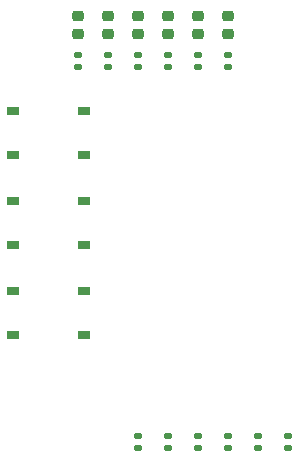
<source format=gbr>
%TF.GenerationSoftware,KiCad,Pcbnew,(7.0.0)*%
%TF.CreationDate,2023-03-17T06:32:27+01:00*%
%TF.ProjectId,simple-io-shield,73696d70-6c65-42d6-996f-2d736869656c,rev0*%
%TF.SameCoordinates,Original*%
%TF.FileFunction,Paste,Top*%
%TF.FilePolarity,Positive*%
%FSLAX46Y46*%
G04 Gerber Fmt 4.6, Leading zero omitted, Abs format (unit mm)*
G04 Created by KiCad (PCBNEW (7.0.0)) date 2023-03-17 06:32:27*
%MOMM*%
%LPD*%
G01*
G04 APERTURE LIST*
G04 Aperture macros list*
%AMRoundRect*
0 Rectangle with rounded corners*
0 $1 Rounding radius*
0 $2 $3 $4 $5 $6 $7 $8 $9 X,Y pos of 4 corners*
0 Add a 4 corners polygon primitive as box body*
4,1,4,$2,$3,$4,$5,$6,$7,$8,$9,$2,$3,0*
0 Add four circle primitives for the rounded corners*
1,1,$1+$1,$2,$3*
1,1,$1+$1,$4,$5*
1,1,$1+$1,$6,$7*
1,1,$1+$1,$8,$9*
0 Add four rect primitives between the rounded corners*
20,1,$1+$1,$2,$3,$4,$5,0*
20,1,$1+$1,$4,$5,$6,$7,0*
20,1,$1+$1,$6,$7,$8,$9,0*
20,1,$1+$1,$8,$9,$2,$3,0*%
G04 Aperture macros list end*
%ADD10RoundRect,0.218750X0.256250X-0.218750X0.256250X0.218750X-0.256250X0.218750X-0.256250X-0.218750X0*%
%ADD11RoundRect,0.135000X-0.185000X0.135000X-0.185000X-0.135000X0.185000X-0.135000X0.185000X0.135000X0*%
%ADD12R,1.000000X0.750000*%
G04 APERTURE END LIST*
D10*
%TO.C,D4*%
X177800000Y-89967000D03*
X177800000Y-88392000D03*
%TD*%
D11*
%TO.C,R5*%
X170180000Y-91719500D03*
X170180000Y-92739500D03*
%TD*%
%TO.C,R2*%
X177800000Y-123950000D03*
X177800000Y-124970000D03*
%TD*%
D10*
%TO.C,D3*%
X180340000Y-89967000D03*
X180340000Y-88392000D03*
%TD*%
D11*
%TO.C,R3*%
X180340000Y-123950000D03*
X180340000Y-124970000D03*
%TD*%
D12*
%TO.C,SW1*%
X164639999Y-104042999D03*
X170639999Y-104042999D03*
X164639999Y-107792999D03*
X170639999Y-107792999D03*
%TD*%
D10*
%TO.C,D2*%
X182880000Y-89967000D03*
X182880000Y-88392000D03*
%TD*%
D11*
%TO.C,R4*%
X187960000Y-123950000D03*
X187960000Y-124970000D03*
%TD*%
D10*
%TO.C,D6*%
X172720000Y-89967000D03*
X172720000Y-88392000D03*
%TD*%
D11*
%TO.C,R8*%
X182880000Y-123951240D03*
X182880000Y-124971240D03*
%TD*%
%TO.C,R7*%
X185420000Y-123950000D03*
X185420000Y-124970000D03*
%TD*%
D10*
%TO.C,D5*%
X175260000Y-89967000D03*
X175260000Y-88392000D03*
%TD*%
D11*
%TO.C,R1*%
X175260000Y-123950000D03*
X175260000Y-124970000D03*
%TD*%
D10*
%TO.C,D7*%
X170180000Y-89967000D03*
X170180000Y-88392000D03*
%TD*%
D11*
%TO.C,R11*%
X180340000Y-91719500D03*
X180340000Y-92739500D03*
%TD*%
D12*
%TO.C,SW2*%
X164639999Y-96422999D03*
X170639999Y-96422999D03*
X164639999Y-100172999D03*
X170639999Y-100172999D03*
%TD*%
D11*
%TO.C,R9*%
X175260000Y-91719500D03*
X175260000Y-92739500D03*
%TD*%
%TO.C,R6*%
X172720000Y-91719500D03*
X172720000Y-92739500D03*
%TD*%
%TO.C,R12*%
X182880000Y-91719500D03*
X182880000Y-92739500D03*
%TD*%
%TO.C,R10*%
X177800000Y-91719500D03*
X177800000Y-92739500D03*
%TD*%
D12*
%TO.C,SW0*%
X164639999Y-111662999D03*
X170639999Y-111662999D03*
X164639999Y-115412999D03*
X170639999Y-115412999D03*
%TD*%
M02*

</source>
